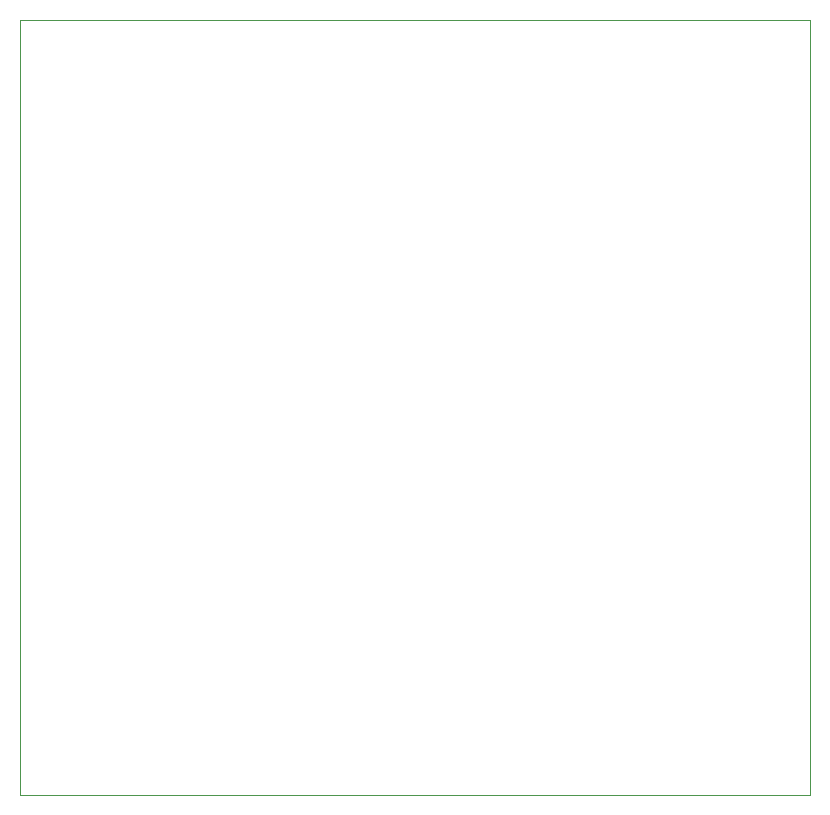
<source format=gbr>
%TF.GenerationSoftware,KiCad,Pcbnew,7.0.10*%
%TF.CreationDate,2024-03-16T23:25:41+05:30*%
%TF.ProjectId,breakout,62726561-6b6f-4757-942e-6b696361645f,rev?*%
%TF.SameCoordinates,Original*%
%TF.FileFunction,Profile,NP*%
%FSLAX46Y46*%
G04 Gerber Fmt 4.6, Leading zero omitted, Abs format (unit mm)*
G04 Created by KiCad (PCBNEW 7.0.10) date 2024-03-16 23:25:41*
%MOMM*%
%LPD*%
G01*
G04 APERTURE LIST*
%TA.AperFunction,Profile*%
%ADD10C,0.050000*%
%TD*%
G04 APERTURE END LIST*
D10*
X44642800Y-29311600D02*
X111507000Y-29311600D01*
X111507000Y-94973400D01*
X44642800Y-94973400D01*
X44642800Y-29311600D01*
M02*

</source>
